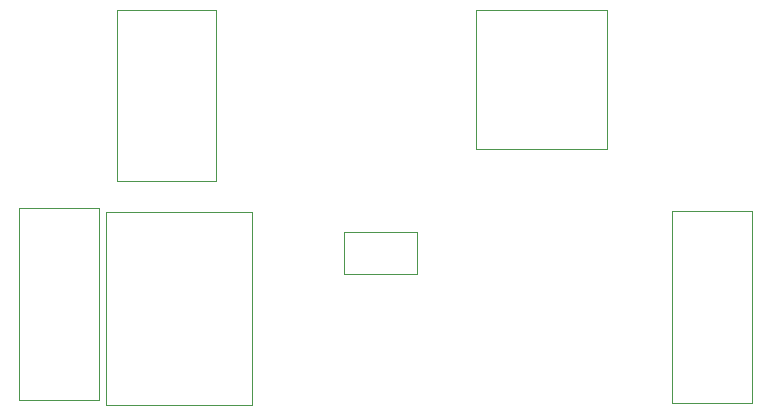
<source format=gbr>
%TF.GenerationSoftware,KiCad,Pcbnew,9.0.5-9.0.5~ubuntu24.04.1*%
%TF.CreationDate,2025-11-18T16:55:04+01:00*%
%TF.ProjectId,Nodo 2 MySensor,4e6f646f-2032-4204-9d79-53656e736f72,rev?*%
%TF.SameCoordinates,Original*%
%TF.FileFunction,Other,User*%
%FSLAX46Y46*%
G04 Gerber Fmt 4.6, Leading zero omitted, Abs format (unit mm)*
G04 Created by KiCad (PCBNEW 9.0.5-9.0.5~ubuntu24.04.1) date 2025-11-18 16:55:04*
%MOMM*%
%LPD*%
G01*
G04 APERTURE LIST*
%ADD10C,0.050000*%
G04 APERTURE END LIST*
D10*
%TO.C,J8*%
X91630000Y-65847500D02*
X91630000Y-80347500D01*
X91630000Y-80347500D02*
X100030000Y-80347500D01*
X100030000Y-65847500D02*
X91630000Y-65847500D01*
X100030000Y-80347500D02*
X100030000Y-65847500D01*
%TO.C,J2*%
X110890000Y-84611000D02*
X110890000Y-88211000D01*
X110890000Y-88211000D02*
X117040000Y-88211000D01*
X117040000Y-84611000D02*
X110890000Y-84611000D01*
X117040000Y-88211000D02*
X117040000Y-84611000D01*
%TO.C,J5*%
X138625000Y-82890000D02*
X138625000Y-99130000D01*
X138625000Y-99130000D02*
X145445000Y-99130000D01*
X145445000Y-82890000D02*
X138625000Y-82890000D01*
X145445000Y-99130000D02*
X145445000Y-82890000D01*
%TO.C,J4*%
X83345000Y-82580000D02*
X83345000Y-98820000D01*
X83345000Y-98820000D02*
X90165000Y-98820000D01*
X90165000Y-82580000D02*
X83345000Y-82580000D01*
X90165000Y-98820000D02*
X90165000Y-82580000D01*
%TO.C,J1*%
X90777000Y-82960000D02*
X90777000Y-99260000D01*
X90777000Y-99260000D02*
X103127000Y-99260000D01*
X103127000Y-82960000D02*
X90777000Y-82960000D01*
X103127000Y-99260000D02*
X103127000Y-82960000D01*
%TO.C,U1*%
X122030000Y-65845000D02*
X122030000Y-77595000D01*
X122030000Y-77595000D02*
X133190000Y-77595000D01*
X133190000Y-65845000D02*
X122030000Y-65845000D01*
X133190000Y-77595000D02*
X133190000Y-65845000D01*
%TD*%
M02*

</source>
